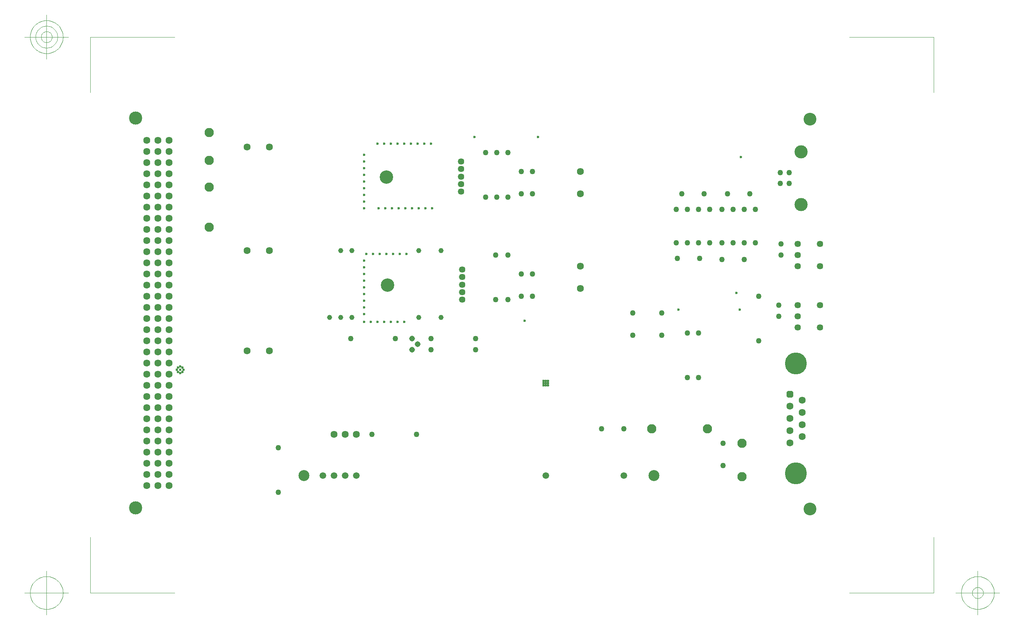
<source format=gbr>
G04 Generated by Ultiboard *
%FSLAX25Y25*%
%MOIN*%

%ADD10C,0.00394*%
%ADD11C,0.02362*%
%ADD12C,0.06334*%
%ADD13C,0.11834*%
%ADD14C,0.08334*%
%ADD15C,0.05000*%
%ADD16C,0.05906*%
%ADD17C,0.09843*%
%ADD18C,0.05166*%
%ADD19C,0.12030*%
%ADD20C,0.05731*%
%ADD21C,0.04550*%
%ADD22R,0.02667X0.02667*%
%ADD23C,0.03333*%
%ADD24C,0.19666*%
%ADD25C,0.11500*%
%ADD26C,0.04943*%
%ADD27C,0.11811*%


%LNSolder Mask Bottom*%
%LPD*%
%FSLAX25Y25*%
%MOIN*%
G54D10*
X-29400Y-54400D02*
X-29400Y-4487D01*
X-29400Y-54400D02*
X46263Y-54400D01*
X727233Y-54400D02*
X651570Y-54400D01*
X727233Y-54400D02*
X727233Y-4487D01*
X727233Y444733D02*
X727233Y394820D01*
X727233Y444733D02*
X651570Y444733D01*
X-29400Y444733D02*
X46263Y444733D01*
X-29400Y444733D02*
X-29400Y394820D01*
X-49085Y-54400D02*
X-88455Y-54400D01*
X-68770Y-74085D02*
X-68770Y-34715D01*
X-54006Y-54400D02*
X-54077Y-52953D01*
X-54077Y-52953D02*
X-54290Y-51520D01*
X-54290Y-51520D02*
X-54642Y-50114D01*
X-54642Y-50114D02*
X-55130Y-48750D01*
X-55130Y-48750D02*
X-55750Y-47440D01*
X-55750Y-47440D02*
X-56494Y-46198D01*
X-56494Y-46198D02*
X-57358Y-45034D01*
X-57358Y-45034D02*
X-58331Y-43960D01*
X-58331Y-43960D02*
X-59404Y-42987D01*
X-59404Y-42987D02*
X-60568Y-42124D01*
X-60568Y-42124D02*
X-61810Y-41380D01*
X-61810Y-41380D02*
X-63120Y-40760D01*
X-63120Y-40760D02*
X-64484Y-40272D01*
X-64484Y-40272D02*
X-65890Y-39920D01*
X-65890Y-39920D02*
X-67323Y-39707D01*
X-67323Y-39707D02*
X-68770Y-39636D01*
X-68770Y-39636D02*
X-70217Y-39707D01*
X-70217Y-39707D02*
X-71650Y-39920D01*
X-71650Y-39920D02*
X-73056Y-40272D01*
X-73056Y-40272D02*
X-74420Y-40760D01*
X-74420Y-40760D02*
X-75730Y-41380D01*
X-75730Y-41380D02*
X-76972Y-42124D01*
X-76972Y-42124D02*
X-78136Y-42987D01*
X-78136Y-42987D02*
X-79210Y-43960D01*
X-79210Y-43960D02*
X-80183Y-45034D01*
X-80183Y-45034D02*
X-81046Y-46198D01*
X-81046Y-46198D02*
X-81791Y-47440D01*
X-81791Y-47440D02*
X-82410Y-48750D01*
X-82410Y-48750D02*
X-82898Y-50114D01*
X-82898Y-50114D02*
X-83250Y-51520D01*
X-83250Y-51520D02*
X-83463Y-52953D01*
X-83463Y-52953D02*
X-83534Y-54400D01*
X-83534Y-54400D02*
X-83463Y-55847D01*
X-83463Y-55847D02*
X-83250Y-57280D01*
X-83250Y-57280D02*
X-82898Y-58686D01*
X-82898Y-58686D02*
X-82410Y-60050D01*
X-82410Y-60050D02*
X-81791Y-61360D01*
X-81791Y-61360D02*
X-81046Y-62602D01*
X-81046Y-62602D02*
X-80183Y-63766D01*
X-80183Y-63766D02*
X-79210Y-64840D01*
X-79210Y-64840D02*
X-78136Y-65813D01*
X-78136Y-65813D02*
X-76972Y-66676D01*
X-76972Y-66676D02*
X-75730Y-67420D01*
X-75730Y-67420D02*
X-74420Y-68040D01*
X-74420Y-68040D02*
X-73056Y-68528D01*
X-73056Y-68528D02*
X-71650Y-68880D01*
X-71650Y-68880D02*
X-70217Y-69093D01*
X-70217Y-69093D02*
X-68770Y-69164D01*
X-68770Y-69164D02*
X-67323Y-69093D01*
X-67323Y-69093D02*
X-65890Y-68880D01*
X-65890Y-68880D02*
X-64484Y-68528D01*
X-64484Y-68528D02*
X-63120Y-68040D01*
X-63120Y-68040D02*
X-61810Y-67420D01*
X-61810Y-67420D02*
X-60568Y-66676D01*
X-60568Y-66676D02*
X-59404Y-65813D01*
X-59404Y-65813D02*
X-58331Y-64840D01*
X-58331Y-64840D02*
X-57358Y-63766D01*
X-57358Y-63766D02*
X-56494Y-62602D01*
X-56494Y-62602D02*
X-55750Y-61360D01*
X-55750Y-61360D02*
X-55130Y-60050D01*
X-55130Y-60050D02*
X-54642Y-58686D01*
X-54642Y-58686D02*
X-54290Y-57280D01*
X-54290Y-57280D02*
X-54077Y-55847D01*
X-54077Y-55847D02*
X-54006Y-54400D01*
X746918Y-54400D02*
X786288Y-54400D01*
X766603Y-74085D02*
X766603Y-34715D01*
X781367Y-54400D02*
X781296Y-52953D01*
X781296Y-52953D02*
X781084Y-51520D01*
X781084Y-51520D02*
X780731Y-50114D01*
X780731Y-50114D02*
X780243Y-48750D01*
X780243Y-48750D02*
X779624Y-47440D01*
X779624Y-47440D02*
X778879Y-46198D01*
X778879Y-46198D02*
X778016Y-45034D01*
X778016Y-45034D02*
X777043Y-43960D01*
X777043Y-43960D02*
X775969Y-42987D01*
X775969Y-42987D02*
X774806Y-42124D01*
X774806Y-42124D02*
X773563Y-41380D01*
X773563Y-41380D02*
X772253Y-40760D01*
X772253Y-40760D02*
X770889Y-40272D01*
X770889Y-40272D02*
X769484Y-39920D01*
X769484Y-39920D02*
X768051Y-39707D01*
X768051Y-39707D02*
X766603Y-39636D01*
X766603Y-39636D02*
X765156Y-39707D01*
X765156Y-39707D02*
X763723Y-39920D01*
X763723Y-39920D02*
X762318Y-40272D01*
X762318Y-40272D02*
X760954Y-40760D01*
X760954Y-40760D02*
X759644Y-41380D01*
X759644Y-41380D02*
X758401Y-42124D01*
X758401Y-42124D02*
X757237Y-42987D01*
X757237Y-42987D02*
X756164Y-43960D01*
X756164Y-43960D02*
X755191Y-45034D01*
X755191Y-45034D02*
X754328Y-46198D01*
X754328Y-46198D02*
X753583Y-47440D01*
X753583Y-47440D02*
X752963Y-48750D01*
X752963Y-48750D02*
X752475Y-50114D01*
X752475Y-50114D02*
X752123Y-51520D01*
X752123Y-51520D02*
X751911Y-52953D01*
X751911Y-52953D02*
X751840Y-54400D01*
X751840Y-54400D02*
X751911Y-55847D01*
X751911Y-55847D02*
X752123Y-57280D01*
X752123Y-57280D02*
X752475Y-58686D01*
X752475Y-58686D02*
X752963Y-60050D01*
X752963Y-60050D02*
X753583Y-61360D01*
X753583Y-61360D02*
X754328Y-62602D01*
X754328Y-62602D02*
X755191Y-63766D01*
X755191Y-63766D02*
X756164Y-64840D01*
X756164Y-64840D02*
X757237Y-65813D01*
X757237Y-65813D02*
X758401Y-66676D01*
X758401Y-66676D02*
X759644Y-67420D01*
X759644Y-67420D02*
X760954Y-68040D01*
X760954Y-68040D02*
X762318Y-68528D01*
X762318Y-68528D02*
X763723Y-68880D01*
X763723Y-68880D02*
X765156Y-69093D01*
X765156Y-69093D02*
X766603Y-69164D01*
X766603Y-69164D02*
X768051Y-69093D01*
X768051Y-69093D02*
X769484Y-68880D01*
X769484Y-68880D02*
X770889Y-68528D01*
X770889Y-68528D02*
X772253Y-68040D01*
X772253Y-68040D02*
X773563Y-67420D01*
X773563Y-67420D02*
X774806Y-66676D01*
X774806Y-66676D02*
X775969Y-65813D01*
X775969Y-65813D02*
X777043Y-64840D01*
X777043Y-64840D02*
X778016Y-63766D01*
X778016Y-63766D02*
X778879Y-62602D01*
X778879Y-62602D02*
X779624Y-61360D01*
X779624Y-61360D02*
X780243Y-60050D01*
X780243Y-60050D02*
X780731Y-58686D01*
X780731Y-58686D02*
X781084Y-57280D01*
X781084Y-57280D02*
X781296Y-55847D01*
X781296Y-55847D02*
X781367Y-54400D01*
X771525Y-54400D02*
X771501Y-53918D01*
X771501Y-53918D02*
X771430Y-53440D01*
X771430Y-53440D02*
X771313Y-52971D01*
X771313Y-52971D02*
X771150Y-52517D01*
X771150Y-52517D02*
X770944Y-52080D01*
X770944Y-52080D02*
X770695Y-51666D01*
X770695Y-51666D02*
X770408Y-51278D01*
X770408Y-51278D02*
X770083Y-50920D01*
X770083Y-50920D02*
X769725Y-50596D01*
X769725Y-50596D02*
X769338Y-50308D01*
X769338Y-50308D02*
X768923Y-50060D01*
X768923Y-50060D02*
X768487Y-49853D01*
X768487Y-49853D02*
X768032Y-49691D01*
X768032Y-49691D02*
X767564Y-49573D01*
X767564Y-49573D02*
X767086Y-49502D01*
X767086Y-49502D02*
X766603Y-49479D01*
X766603Y-49479D02*
X766121Y-49502D01*
X766121Y-49502D02*
X765643Y-49573D01*
X765643Y-49573D02*
X765175Y-49691D01*
X765175Y-49691D02*
X764720Y-49853D01*
X764720Y-49853D02*
X764284Y-50060D01*
X764284Y-50060D02*
X763869Y-50308D01*
X763869Y-50308D02*
X763481Y-50596D01*
X763481Y-50596D02*
X763124Y-50920D01*
X763124Y-50920D02*
X762799Y-51278D01*
X762799Y-51278D02*
X762512Y-51666D01*
X762512Y-51666D02*
X762263Y-52080D01*
X762263Y-52080D02*
X762057Y-52517D01*
X762057Y-52517D02*
X761894Y-52971D01*
X761894Y-52971D02*
X761777Y-53440D01*
X761777Y-53440D02*
X761706Y-53918D01*
X761706Y-53918D02*
X761682Y-54400D01*
X761682Y-54400D02*
X761706Y-54882D01*
X761706Y-54882D02*
X761777Y-55360D01*
X761777Y-55360D02*
X761894Y-55829D01*
X761894Y-55829D02*
X762057Y-56283D01*
X762057Y-56283D02*
X762263Y-56720D01*
X762263Y-56720D02*
X762512Y-57134D01*
X762512Y-57134D02*
X762799Y-57522D01*
X762799Y-57522D02*
X763124Y-57880D01*
X763124Y-57880D02*
X763481Y-58204D01*
X763481Y-58204D02*
X763869Y-58492D01*
X763869Y-58492D02*
X764284Y-58740D01*
X764284Y-58740D02*
X764720Y-58947D01*
X764720Y-58947D02*
X765175Y-59109D01*
X765175Y-59109D02*
X765643Y-59227D01*
X765643Y-59227D02*
X766121Y-59298D01*
X766121Y-59298D02*
X766603Y-59321D01*
X766603Y-59321D02*
X767086Y-59298D01*
X767086Y-59298D02*
X767564Y-59227D01*
X767564Y-59227D02*
X768032Y-59109D01*
X768032Y-59109D02*
X768487Y-58947D01*
X768487Y-58947D02*
X768923Y-58740D01*
X768923Y-58740D02*
X769338Y-58492D01*
X769338Y-58492D02*
X769725Y-58204D01*
X769725Y-58204D02*
X770083Y-57880D01*
X770083Y-57880D02*
X770408Y-57522D01*
X770408Y-57522D02*
X770695Y-57134D01*
X770695Y-57134D02*
X770944Y-56720D01*
X770944Y-56720D02*
X771150Y-56283D01*
X771150Y-56283D02*
X771313Y-55829D01*
X771313Y-55829D02*
X771430Y-55360D01*
X771430Y-55360D02*
X771501Y-54882D01*
X771501Y-54882D02*
X771525Y-54400D01*
X-49085Y444733D02*
X-88455Y444733D01*
X-68770Y425048D02*
X-68770Y464418D01*
X-54006Y444733D02*
X-54077Y446180D01*
X-54077Y446180D02*
X-54290Y447614D01*
X-54290Y447614D02*
X-54642Y449019D01*
X-54642Y449019D02*
X-55130Y450383D01*
X-55130Y450383D02*
X-55750Y451693D01*
X-55750Y451693D02*
X-56494Y452936D01*
X-56494Y452936D02*
X-57358Y454099D01*
X-57358Y454099D02*
X-58331Y455173D01*
X-58331Y455173D02*
X-59404Y456146D01*
X-59404Y456146D02*
X-60568Y457009D01*
X-60568Y457009D02*
X-61810Y457754D01*
X-61810Y457754D02*
X-63120Y458373D01*
X-63120Y458373D02*
X-64484Y458861D01*
X-64484Y458861D02*
X-65890Y459213D01*
X-65890Y459213D02*
X-67323Y459426D01*
X-67323Y459426D02*
X-68770Y459497D01*
X-68770Y459497D02*
X-70217Y459426D01*
X-70217Y459426D02*
X-71650Y459213D01*
X-71650Y459213D02*
X-73056Y458861D01*
X-73056Y458861D02*
X-74420Y458373D01*
X-74420Y458373D02*
X-75730Y457754D01*
X-75730Y457754D02*
X-76972Y457009D01*
X-76972Y457009D02*
X-78136Y456146D01*
X-78136Y456146D02*
X-79210Y455173D01*
X-79210Y455173D02*
X-80183Y454099D01*
X-80183Y454099D02*
X-81046Y452936D01*
X-81046Y452936D02*
X-81791Y451693D01*
X-81791Y451693D02*
X-82410Y450383D01*
X-82410Y450383D02*
X-82898Y449019D01*
X-82898Y449019D02*
X-83250Y447614D01*
X-83250Y447614D02*
X-83463Y446180D01*
X-83463Y446180D02*
X-83534Y444733D01*
X-83534Y444733D02*
X-83463Y443286D01*
X-83463Y443286D02*
X-83250Y441853D01*
X-83250Y441853D02*
X-82898Y440448D01*
X-82898Y440448D02*
X-82410Y439083D01*
X-82410Y439083D02*
X-81791Y437774D01*
X-81791Y437774D02*
X-81046Y436531D01*
X-81046Y436531D02*
X-80183Y435367D01*
X-80183Y435367D02*
X-79210Y434294D01*
X-79210Y434294D02*
X-78136Y433321D01*
X-78136Y433321D02*
X-76972Y432458D01*
X-76972Y432458D02*
X-75730Y431713D01*
X-75730Y431713D02*
X-74420Y431093D01*
X-74420Y431093D02*
X-73056Y430605D01*
X-73056Y430605D02*
X-71650Y430253D01*
X-71650Y430253D02*
X-70217Y430041D01*
X-70217Y430041D02*
X-68770Y429970D01*
X-68770Y429970D02*
X-67323Y430041D01*
X-67323Y430041D02*
X-65890Y430253D01*
X-65890Y430253D02*
X-64484Y430605D01*
X-64484Y430605D02*
X-63120Y431093D01*
X-63120Y431093D02*
X-61810Y431713D01*
X-61810Y431713D02*
X-60568Y432458D01*
X-60568Y432458D02*
X-59404Y433321D01*
X-59404Y433321D02*
X-58331Y434294D01*
X-58331Y434294D02*
X-57358Y435367D01*
X-57358Y435367D02*
X-56494Y436531D01*
X-56494Y436531D02*
X-55750Y437774D01*
X-55750Y437774D02*
X-55130Y439083D01*
X-55130Y439083D02*
X-54642Y440448D01*
X-54642Y440448D02*
X-54290Y441853D01*
X-54290Y441853D02*
X-54077Y443286D01*
X-54077Y443286D02*
X-54006Y444733D01*
X-58928Y444733D02*
X-58975Y445698D01*
X-58975Y445698D02*
X-59117Y446654D01*
X-59117Y446654D02*
X-59351Y447590D01*
X-59351Y447590D02*
X-59677Y448500D01*
X-59677Y448500D02*
X-60090Y449373D01*
X-60090Y449373D02*
X-60586Y450202D01*
X-60586Y450202D02*
X-61162Y450977D01*
X-61162Y450977D02*
X-61810Y451693D01*
X-61810Y451693D02*
X-62526Y452342D01*
X-62526Y452342D02*
X-63302Y452917D01*
X-63302Y452917D02*
X-64130Y453414D01*
X-64130Y453414D02*
X-65004Y453827D01*
X-65004Y453827D02*
X-65913Y454152D01*
X-65913Y454152D02*
X-66850Y454387D01*
X-66850Y454387D02*
X-67805Y454528D01*
X-67805Y454528D02*
X-68770Y454576D01*
X-68770Y454576D02*
X-69735Y454528D01*
X-69735Y454528D02*
X-70690Y454387D01*
X-70690Y454387D02*
X-71627Y454152D01*
X-71627Y454152D02*
X-72537Y453827D01*
X-72537Y453827D02*
X-73410Y453414D01*
X-73410Y453414D02*
X-74238Y452917D01*
X-74238Y452917D02*
X-75014Y452342D01*
X-75014Y452342D02*
X-75730Y451693D01*
X-75730Y451693D02*
X-76378Y450977D01*
X-76378Y450977D02*
X-76954Y450202D01*
X-76954Y450202D02*
X-77450Y449373D01*
X-77450Y449373D02*
X-77863Y448500D01*
X-77863Y448500D02*
X-78189Y447590D01*
X-78189Y447590D02*
X-78423Y446654D01*
X-78423Y446654D02*
X-78565Y445698D01*
X-78565Y445698D02*
X-78613Y444733D01*
X-78613Y444733D02*
X-78565Y443769D01*
X-78565Y443769D02*
X-78423Y442813D01*
X-78423Y442813D02*
X-78189Y441876D01*
X-78189Y441876D02*
X-77863Y440967D01*
X-77863Y440967D02*
X-77450Y440094D01*
X-77450Y440094D02*
X-76954Y439265D01*
X-76954Y439265D02*
X-76378Y438489D01*
X-76378Y438489D02*
X-75730Y437774D01*
X-75730Y437774D02*
X-75014Y437125D01*
X-75014Y437125D02*
X-74238Y436550D01*
X-74238Y436550D02*
X-73410Y436053D01*
X-73410Y436053D02*
X-72537Y435640D01*
X-72537Y435640D02*
X-71627Y435315D01*
X-71627Y435315D02*
X-70690Y435080D01*
X-70690Y435080D02*
X-69735Y434938D01*
X-69735Y434938D02*
X-68770Y434891D01*
X-68770Y434891D02*
X-67805Y434938D01*
X-67805Y434938D02*
X-66850Y435080D01*
X-66850Y435080D02*
X-65913Y435315D01*
X-65913Y435315D02*
X-65004Y435640D01*
X-65004Y435640D02*
X-64130Y436053D01*
X-64130Y436053D02*
X-63302Y436550D01*
X-63302Y436550D02*
X-62526Y437125D01*
X-62526Y437125D02*
X-61810Y437774D01*
X-61810Y437774D02*
X-61162Y438489D01*
X-61162Y438489D02*
X-60586Y439265D01*
X-60586Y439265D02*
X-60090Y440094D01*
X-60090Y440094D02*
X-59677Y440967D01*
X-59677Y440967D02*
X-59351Y441876D01*
X-59351Y441876D02*
X-59117Y442813D01*
X-59117Y442813D02*
X-58975Y443769D01*
X-58975Y443769D02*
X-58928Y444733D01*
X-63849Y444733D02*
X-63873Y445216D01*
X-63873Y445216D02*
X-63943Y445693D01*
X-63943Y445693D02*
X-64061Y446162D01*
X-64061Y446162D02*
X-64223Y446617D01*
X-64223Y446617D02*
X-64430Y447053D01*
X-64430Y447053D02*
X-64678Y447467D01*
X-64678Y447467D02*
X-64966Y447855D01*
X-64966Y447855D02*
X-65290Y448213D01*
X-65290Y448213D02*
X-65648Y448538D01*
X-65648Y448538D02*
X-66036Y448825D01*
X-66036Y448825D02*
X-66450Y449073D01*
X-66450Y449073D02*
X-66887Y449280D01*
X-66887Y449280D02*
X-67342Y449443D01*
X-67342Y449443D02*
X-67810Y449560D01*
X-67810Y449560D02*
X-68288Y449631D01*
X-68288Y449631D02*
X-68770Y449655D01*
X-68770Y449655D02*
X-69252Y449631D01*
X-69252Y449631D02*
X-69730Y449560D01*
X-69730Y449560D02*
X-70199Y449443D01*
X-70199Y449443D02*
X-70653Y449280D01*
X-70653Y449280D02*
X-71090Y449073D01*
X-71090Y449073D02*
X-71504Y448825D01*
X-71504Y448825D02*
X-71892Y448538D01*
X-71892Y448538D02*
X-72250Y448213D01*
X-72250Y448213D02*
X-72574Y447855D01*
X-72574Y447855D02*
X-72862Y447467D01*
X-72862Y447467D02*
X-73110Y447053D01*
X-73110Y447053D02*
X-73317Y446617D01*
X-73317Y446617D02*
X-73479Y446162D01*
X-73479Y446162D02*
X-73597Y445693D01*
X-73597Y445693D02*
X-73668Y445216D01*
X-73668Y445216D02*
X-73691Y444733D01*
X-73691Y444733D02*
X-73668Y444251D01*
X-73668Y444251D02*
X-73597Y443773D01*
X-73597Y443773D02*
X-73479Y443305D01*
X-73479Y443305D02*
X-73317Y442850D01*
X-73317Y442850D02*
X-73110Y442413D01*
X-73110Y442413D02*
X-72862Y441999D01*
X-72862Y441999D02*
X-72574Y441611D01*
X-72574Y441611D02*
X-72250Y441253D01*
X-72250Y441253D02*
X-71892Y440929D01*
X-71892Y440929D02*
X-71504Y440641D01*
X-71504Y440641D02*
X-71090Y440393D01*
X-71090Y440393D02*
X-70653Y440187D01*
X-70653Y440187D02*
X-70199Y440024D01*
X-70199Y440024D02*
X-69730Y439907D01*
X-69730Y439907D02*
X-69252Y439836D01*
X-69252Y439836D02*
X-68770Y439812D01*
X-68770Y439812D02*
X-68288Y439836D01*
X-68288Y439836D02*
X-67810Y439907D01*
X-67810Y439907D02*
X-67342Y440024D01*
X-67342Y440024D02*
X-66887Y440187D01*
X-66887Y440187D02*
X-66450Y440393D01*
X-66450Y440393D02*
X-66036Y440641D01*
X-66036Y440641D02*
X-65648Y440929D01*
X-65648Y440929D02*
X-65290Y441253D01*
X-65290Y441253D02*
X-64966Y441611D01*
X-64966Y441611D02*
X-64678Y441999D01*
X-64678Y441999D02*
X-64430Y442413D01*
X-64430Y442413D02*
X-64223Y442850D01*
X-64223Y442850D02*
X-64061Y443305D01*
X-64061Y443305D02*
X-63943Y443773D01*
X-63943Y443773D02*
X-63873Y444251D01*
X-63873Y444251D02*
X-63849Y444733D01*
G54D11*
X253000Y291000D03*
X252000Y349000D03*
X252000Y189000D03*
X218000Y250000D03*
X248000Y250000D03*
X230000Y250000D03*
X224000Y250000D03*
X242000Y250000D03*
X236000Y250000D03*
X49000Y148000D03*
X49000Y144000D03*
X48000Y146000D03*
X51000Y143000D03*
X53000Y148000D03*
X53000Y144000D03*
X51000Y146000D03*
X51000Y149000D03*
X54000Y146000D03*
X216000Y189000D03*
X246000Y189000D03*
X240000Y189000D03*
X234000Y189000D03*
X228000Y189000D03*
X222000Y189000D03*
X216000Y220000D03*
X216000Y202000D03*
X216000Y196000D03*
X216000Y214000D03*
X216000Y208000D03*
X216000Y238000D03*
X216000Y232000D03*
X216000Y226000D03*
X216000Y244000D03*
X216000Y315000D03*
X216000Y297000D03*
X216000Y291000D03*
X216000Y303000D03*
X216000Y309000D03*
X235000Y291000D03*
X229000Y291000D03*
X247000Y291000D03*
X241000Y291000D03*
X216000Y321000D03*
X216000Y327000D03*
X216000Y333000D03*
X216000Y339000D03*
X234000Y349000D03*
X228000Y349000D03*
X240000Y349000D03*
X246000Y349000D03*
X254000Y250000D03*
X379000Y134000D03*
X377000Y134000D03*
X379000Y132000D03*
X379000Y136000D03*
X377000Y136000D03*
X377000Y132000D03*
X360000Y190000D03*
X381000Y134000D03*
X381000Y132000D03*
X381000Y136000D03*
X498000Y200000D03*
X315000Y355000D03*
X265000Y291000D03*
X259000Y291000D03*
X271000Y291000D03*
X277000Y291000D03*
X264000Y349000D03*
X258000Y349000D03*
X270000Y349000D03*
X276000Y349000D03*
X372000Y355000D03*
X550000Y215000D03*
X553000Y200000D03*
X554000Y337000D03*
G54D12*
X21000Y252000D03*
X31000Y252000D03*
X41000Y252000D03*
X41000Y122000D03*
X21000Y122000D03*
X31000Y122000D03*
X21000Y62000D03*
X31000Y62000D03*
X41000Y62000D03*
X31000Y52000D03*
X31000Y42000D03*
X21000Y42000D03*
X21000Y52000D03*
X41000Y42000D03*
X41000Y52000D03*
X31000Y102000D03*
X31000Y92000D03*
X31000Y112000D03*
X31000Y72000D03*
X31000Y82000D03*
X21000Y92000D03*
X21000Y82000D03*
X21000Y72000D03*
X21000Y112000D03*
X21000Y102000D03*
X41000Y92000D03*
X41000Y82000D03*
X41000Y72000D03*
X41000Y112000D03*
X41000Y102000D03*
X21000Y192000D03*
X31000Y192000D03*
X41000Y192000D03*
X31000Y132000D03*
X31000Y142000D03*
X31000Y162000D03*
X31000Y152000D03*
X31000Y172000D03*
X31000Y182000D03*
X21000Y142000D03*
X21000Y132000D03*
X21000Y152000D03*
X21000Y172000D03*
X21000Y162000D03*
X21000Y182000D03*
X41000Y142000D03*
X41000Y132000D03*
X41000Y152000D03*
X41000Y172000D03*
X41000Y162000D03*
X41000Y182000D03*
X31000Y232000D03*
X31000Y222000D03*
X31000Y202000D03*
X31000Y212000D03*
X31000Y242000D03*
X21000Y222000D03*
X21000Y202000D03*
X21000Y212000D03*
X21000Y232000D03*
X21000Y242000D03*
X41000Y222000D03*
X41000Y202000D03*
X41000Y212000D03*
X41000Y232000D03*
X41000Y242000D03*
X21000Y312000D03*
X41000Y312000D03*
X31000Y312000D03*
X31000Y262000D03*
X31000Y282000D03*
X31000Y272000D03*
X31000Y302000D03*
X31000Y292000D03*
X21000Y282000D03*
X21000Y262000D03*
X21000Y272000D03*
X21000Y302000D03*
X21000Y292000D03*
X41000Y282000D03*
X41000Y262000D03*
X41000Y272000D03*
X41000Y302000D03*
X41000Y292000D03*
X31000Y352000D03*
X31000Y332000D03*
X31000Y322000D03*
X31000Y342000D03*
X21000Y332000D03*
X21000Y322000D03*
X21000Y342000D03*
X21000Y352000D03*
X41000Y332000D03*
X41000Y322000D03*
X41000Y342000D03*
X41000Y352000D03*
X111000Y253000D03*
X131000Y253000D03*
X111000Y163000D03*
X131000Y163000D03*
X189000Y88000D03*
X199000Y88000D03*
X209000Y88000D03*
X111000Y346000D03*
X131000Y346000D03*
X410000Y219000D03*
X410000Y239000D03*
X410000Y304000D03*
X410000Y324000D03*
X598000Y113083D03*
X598000Y102167D03*
X598000Y80333D03*
X598000Y91250D03*
X609167Y96667D03*
X609167Y85750D03*
X609167Y107583D03*
X609167Y118500D03*
G54D13*
X11000Y22000D03*
X11000Y372000D03*
G54D14*
X474000Y93000D03*
X524000Y93000D03*
X77000Y310000D03*
X77000Y274000D03*
X77000Y334000D03*
X77000Y359000D03*
X555000Y80000D03*
X555000Y50000D03*
G54D15*
X506000Y260000D03*
X506000Y290000D03*
X496000Y260000D03*
X496000Y290000D03*
X516000Y260000D03*
X526000Y260000D03*
X516000Y290000D03*
X526000Y290000D03*
X501000Y304000D03*
X521000Y304000D03*
X497000Y246000D03*
X517000Y246000D03*
X506000Y139000D03*
X506000Y179000D03*
X223000Y88000D03*
X263000Y88000D03*
X139000Y36000D03*
X139000Y76000D03*
X204000Y174000D03*
X244000Y174000D03*
X334000Y249000D03*
X334000Y209000D03*
X345000Y249000D03*
X345000Y209000D03*
X316000Y174000D03*
X276000Y174000D03*
X316000Y164000D03*
X276000Y164000D03*
X357000Y212000D03*
X357000Y232000D03*
X367000Y212000D03*
X367000Y232000D03*
X429000Y93000D03*
X449000Y93000D03*
X457000Y177000D03*
X457000Y197000D03*
X483000Y177000D03*
X483000Y197000D03*
X367000Y304000D03*
X367000Y324000D03*
X345000Y301000D03*
X345000Y341000D03*
X335000Y301000D03*
X335000Y341000D03*
X325000Y301000D03*
X325000Y341000D03*
X357000Y304000D03*
X357000Y324000D03*
X537000Y245000D03*
X557000Y245000D03*
X590000Y249000D03*
X590000Y259000D03*
X538000Y60000D03*
X538000Y80000D03*
X570000Y172000D03*
X570000Y212000D03*
X516000Y139000D03*
X516000Y179000D03*
X588000Y204000D03*
X588000Y194000D03*
X567000Y260000D03*
X567000Y290000D03*
X537000Y260000D03*
X537000Y290000D03*
X547000Y260000D03*
X557000Y260000D03*
X547000Y290000D03*
X557000Y290000D03*
X542000Y304000D03*
X562000Y304000D03*
G54D16*
X189000Y51000D03*
X179000Y51000D03*
X199000Y51000D03*
X209000Y51000D03*
X379000Y51000D03*
X449000Y51000D03*
G54D17*
X162000Y51000D03*
X476000Y51000D03*
G54D18*
X259000Y174000D03*
X259000Y164000D03*
X264000Y169000D03*
G54D19*
X237000Y222000D03*
X236000Y319000D03*
G54D20*
X304000Y222386D03*
X304000Y215693D03*
X304000Y209000D03*
X304000Y235772D03*
X304000Y229079D03*
X303000Y312693D03*
X303000Y306000D03*
X303000Y332772D03*
X303000Y319386D03*
X303000Y326079D03*
X605000Y249000D03*
X605000Y239000D03*
X625000Y239000D03*
X605000Y259000D03*
X625000Y259000D03*
X605000Y184000D03*
X625000Y184000D03*
X605000Y204000D03*
X605000Y194000D03*
X625000Y204000D03*
G54D21*
X205000Y253000D03*
X195000Y253000D03*
X185000Y193000D03*
X205000Y193000D03*
X195000Y193000D03*
X265000Y253000D03*
X285000Y253000D03*
X285000Y193000D03*
X265000Y193000D03*
G54D22*
X598000Y124000D03*
G54D23*
X596667Y122667D02*
X599333Y122667D01*
X599333Y125333D01*
X596667Y125333D01*
X596667Y122667D01*D02*
G54D24*
X603583Y53000D03*
X603583Y151417D03*
G54D25*
X616000Y21000D03*
X616000Y371000D03*
G54D26*
X597370Y313079D03*
X589496Y313079D03*
X597370Y322921D03*
X589496Y322921D03*
G54D27*
X608000Y294378D03*
X608000Y341622D03*

M00*

</source>
